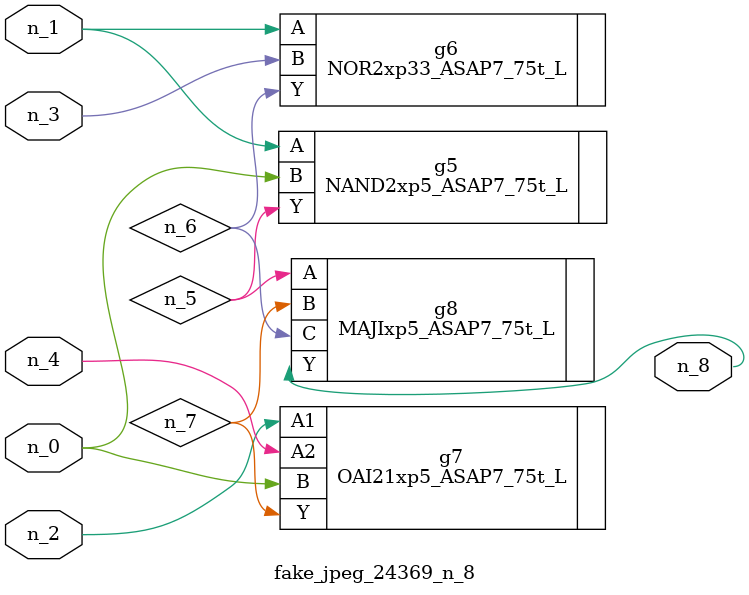
<source format=v>
module fake_jpeg_24369_n_8 (n_3, n_2, n_1, n_0, n_4, n_8);

input n_3;
input n_2;
input n_1;
input n_0;
input n_4;

output n_8;

wire n_6;
wire n_5;
wire n_7;

NAND2xp5_ASAP7_75t_L g5 ( 
.A(n_1),
.B(n_0),
.Y(n_5)
);

NOR2xp33_ASAP7_75t_L g6 ( 
.A(n_1),
.B(n_3),
.Y(n_6)
);

OAI21xp5_ASAP7_75t_L g7 ( 
.A1(n_2),
.A2(n_4),
.B(n_0),
.Y(n_7)
);

MAJIxp5_ASAP7_75t_L g8 ( 
.A(n_5),
.B(n_7),
.C(n_6),
.Y(n_8)
);


endmodule
</source>
